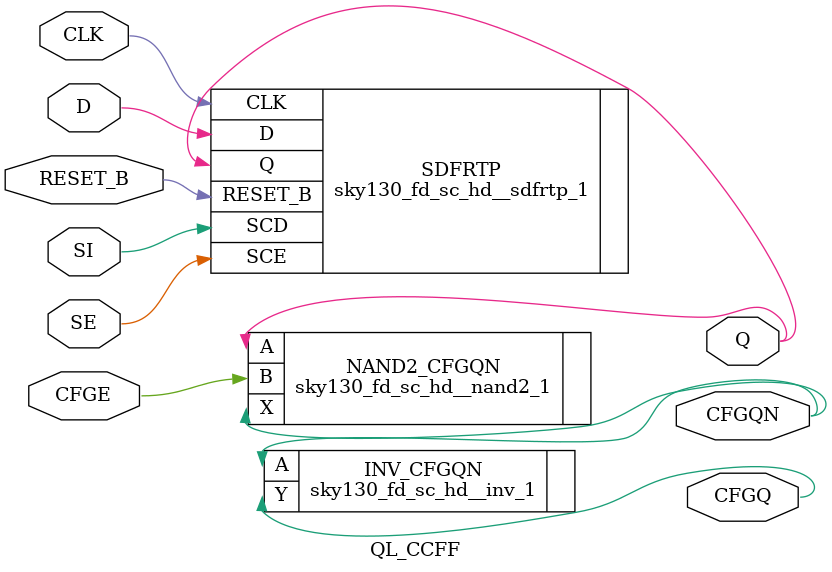
<source format=v>

`timescale 1ns/1ps

module QL_CCFF (
  input RESET_B,   
  input SE, 
  input CFGE, 
  input D, 
  input SI, 
  output Q, 
  output CFGQN, 
  output CFGQ, 
  input CLK 
);

  sky130_fd_sc_hd__nand2_1 NAND2_CFGQN 	(
                                        .A(Q),
	  				.B(CFGE),
                                        .X(CFGQN)
                                        );
  sky130_fd_sc_hd__inv_1 INV_CFGQN	(
	  				.A(CFGQN),
					.Y(CFGQ)
					);
  sky130_fd_sc_hd__sdfrtp_1 SDFRTP (
        .Q(Q),
        .CLK(CLK),
        .D(D),
        .SCD(SI),
        .SCE(SE),
        .RESET_B(RESET_B)
  );

endmodule


</source>
